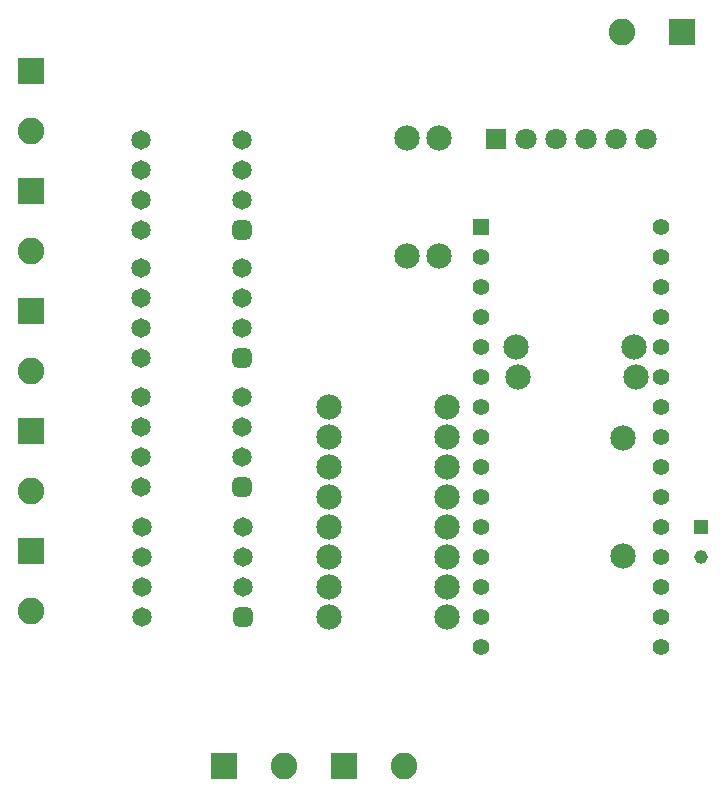
<source format=gts>
G04*
G04 #@! TF.GenerationSoftware,Altium Limited,Altium Designer,25.2.1 (25)*
G04*
G04 Layer_Color=8388736*
%FSLAX44Y44*%
%MOMM*%
G71*
G04*
G04 #@! TF.SameCoordinates,1C064638-B53A-42AB-B659-0CA3A7FDC49E*
G04*
G04*
G04 #@! TF.FilePolarity,Negative*
G04*
G01*
G75*
%ADD15R,2.2500X2.2500*%
%ADD16C,2.2500*%
%ADD17R,2.2500X2.2500*%
%ADD18C,2.1500*%
%ADD19C,1.1500*%
%ADD20R,1.1500X1.1500*%
%ADD21C,1.8000*%
%ADD22R,1.8000X1.8000*%
%ADD23C,1.4140*%
%ADD24R,1.4140X1.4140*%
%ADD25C,1.6500*%
G04:AMPARAMS|DCode=26|XSize=1.65mm|YSize=1.65mm|CornerRadius=0.45mm|HoleSize=0mm|Usage=FLASHONLY|Rotation=90.000|XOffset=0mm|YOffset=0mm|HoleType=Round|Shape=RoundedRectangle|*
%AMROUNDEDRECTD26*
21,1,1.6500,0.7500,0,0,90.0*
21,1,0.7500,1.6500,0,0,90.0*
1,1,0.9000,0.3750,0.3750*
1,1,0.9000,0.3750,-0.3750*
1,1,0.9000,-0.3750,-0.3750*
1,1,0.9000,-0.3750,0.3750*
%
%ADD26ROUNDEDRECTD26*%
D15*
X1460500Y1172210D02*
D03*
X1746250Y1793240D02*
D03*
X1358900Y1172210D02*
D03*
D16*
X1511300D02*
D03*
X1195070Y1506220D02*
D03*
Y1607820D02*
D03*
X1695450Y1793240D02*
D03*
X1409700Y1172210D02*
D03*
X1195070Y1303020D02*
D03*
Y1404620D02*
D03*
Y1709420D02*
D03*
D17*
Y1557020D02*
D03*
Y1658620D02*
D03*
Y1353820D02*
D03*
Y1455420D02*
D03*
Y1760220D02*
D03*
D18*
X1513840Y1703540D02*
D03*
Y1603540D02*
D03*
X1540510D02*
D03*
Y1703540D02*
D03*
X1707350Y1501140D02*
D03*
X1607350D02*
D03*
X1706080Y1526540D02*
D03*
X1606080D02*
D03*
X1696720Y1349540D02*
D03*
Y1449540D02*
D03*
X1547330Y1297940D02*
D03*
X1447330D02*
D03*
X1547330Y1323340D02*
D03*
X1447330D02*
D03*
X1547330Y1348740D02*
D03*
X1447330D02*
D03*
X1547330Y1374140D02*
D03*
X1447330D02*
D03*
X1547330Y1399540D02*
D03*
X1447330D02*
D03*
X1547330Y1424940D02*
D03*
X1447330D02*
D03*
X1547330Y1450340D02*
D03*
X1447330D02*
D03*
X1547330Y1475740D02*
D03*
X1447330D02*
D03*
D19*
X1762760Y1348740D02*
D03*
D20*
Y1374140D02*
D03*
D21*
X1715770Y1703070D02*
D03*
X1690370D02*
D03*
X1664970D02*
D03*
X1639570D02*
D03*
X1614170D02*
D03*
D22*
X1588770D02*
D03*
D23*
X1728470Y1628140D02*
D03*
Y1602740D02*
D03*
Y1577340D02*
D03*
Y1551940D02*
D03*
Y1526540D02*
D03*
Y1501140D02*
D03*
Y1475740D02*
D03*
Y1450340D02*
D03*
Y1424940D02*
D03*
Y1399540D02*
D03*
Y1374140D02*
D03*
Y1348740D02*
D03*
Y1323340D02*
D03*
Y1297940D02*
D03*
Y1272540D02*
D03*
X1576070D02*
D03*
Y1297940D02*
D03*
Y1323340D02*
D03*
Y1348740D02*
D03*
Y1374140D02*
D03*
Y1399540D02*
D03*
Y1424940D02*
D03*
Y1450340D02*
D03*
Y1475740D02*
D03*
Y1501140D02*
D03*
Y1526540D02*
D03*
Y1551940D02*
D03*
Y1577340D02*
D03*
Y1602740D02*
D03*
D24*
Y1628140D02*
D03*
D25*
X1289430Y1374140D02*
D03*
Y1348740D02*
D03*
Y1323340D02*
D03*
Y1297940D02*
D03*
X1375030Y1374140D02*
D03*
Y1348740D02*
D03*
Y1323340D02*
D03*
X1288160Y1484630D02*
D03*
Y1459230D02*
D03*
Y1433830D02*
D03*
Y1408430D02*
D03*
X1373760Y1484630D02*
D03*
Y1459230D02*
D03*
Y1433830D02*
D03*
X1288160Y1593850D02*
D03*
Y1568450D02*
D03*
Y1543050D02*
D03*
Y1517650D02*
D03*
X1373760Y1593850D02*
D03*
Y1568450D02*
D03*
Y1543050D02*
D03*
X1288160Y1701800D02*
D03*
Y1676400D02*
D03*
Y1651000D02*
D03*
Y1625600D02*
D03*
X1373760Y1701800D02*
D03*
Y1676400D02*
D03*
Y1651000D02*
D03*
D26*
X1375030Y1297940D02*
D03*
X1373760Y1408430D02*
D03*
Y1517650D02*
D03*
Y1625600D02*
D03*
M02*

</source>
